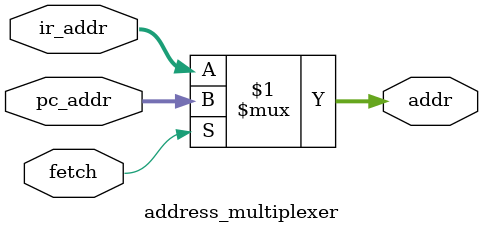
<source format=v>
module address_multiplexer(
    // 取指令信号输入
	input fetch,
    // 指令寄存器地址输入
	input [12:0] ir_addr,
    // 程序计数器地址输入
	input [12:0] pc_addr,
    // 地址输出
	output [12:0] addr
);
	// 取指令信号有效，输出程序地址，否则输出指令中的地址
	assign addr = fetch ? pc_addr : ir_addr;

endmodule

</source>
